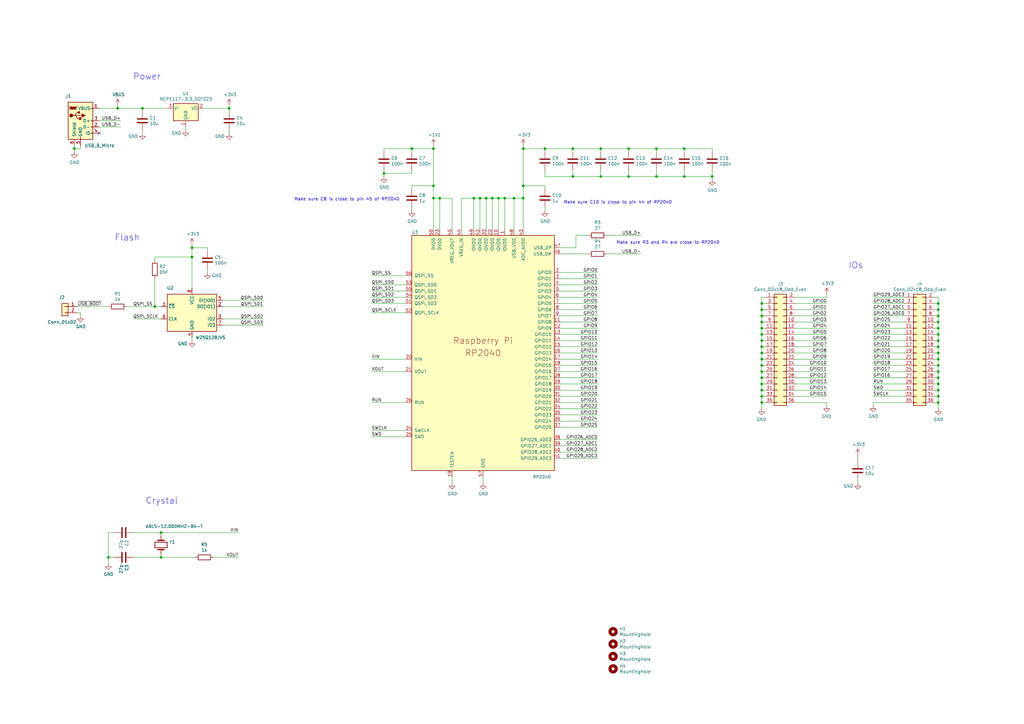
<source format=kicad_sch>
(kicad_sch (version 20211123) (generator eeschema)
  (paper "A3")
  (title_block (title "RP2040 Minimal Design Example") (date "2020-12-18") (rev "REV1") (company "Raspberry Pi (Trading) Ltd"))
  (lib_symbols
    (symbol "Connector:USB_B_Micro" (pin_names (offset 1.016))
      (property "Reference" "J" (at -5.08 11.43 0))
      (property "Value" "USB_B_Micro" (at -5.08 8.89 0))
      (symbol "USB_B_Micro_0_1"
        (rectangle (start -5.08 -7.62) (end 5.08 7.62) (stroke (width 0.254)) (fill (type background)))
        (circle (center -3.81 2.159) (radius 0.635) (stroke (width 0.254)) (fill (type outline)))
        (circle (center -0.635 3.429) (radius 0.381) (stroke (width 0.254)) (fill (type outline)))
        (rectangle (start -0.127 -7.62) (end 0.127 -6.858))
        (polyline (pts (xy -1.905 2.159) (xy 0.635 2.159)) (stroke (width 0.254)))
        (polyline (pts (xy -3.175 2.159) (xy -2.54 2.159) (xy -1.27 3.429) (xy -0.635 3.429)) (stroke (width 0.254)))
        (polyline (pts (xy -2.54 2.159) (xy -1.905 2.159) (xy -1.27 0.889) (xy 0 0.889)) (stroke (width 0.254)))
        (polyline (pts (xy 0.635 2.794) (xy 0.635 1.524) (xy 1.905 2.159) (xy 0.635 2.794)) (stroke (width 0.254)) (fill (type outline)))
        (polyline (pts (xy -4.318 5.588) (xy -1.778 5.588) (xy -2.032 4.826) (xy -4.064 4.826) (xy -4.318 5.588)) (fill (type outline)))
        (polyline (pts (xy -4.699 5.842) (xy -4.699 5.588) (xy -4.445 4.826) (xy -4.445 4.572) (xy -1.651 4.572) (xy -1.651 4.826) (xy -1.397 5.588) (xy -1.397 5.842) (xy -4.699 5.842)))
        (rectangle (start 0.254 1.27) (end -0.508 0.508) (stroke (width 0.254)) (fill (type outline)))
        (rectangle (start 5.08 -5.207) (end 4.318 -4.953))
        (rectangle (start 5.08 -2.667) (end 4.318 -2.413))
        (rectangle (start 5.08 -0.127) (end 4.318 0.127))
        (rectangle (start 5.08 4.953) (end 4.318 5.207))
      )
      (symbol "USB_B_Micro_1_1"
        (pin power_out line (at 7.62 5.08 180) (length 2.54) (name "VBUS") (number "1"))
        (pin bidirectional line (at 7.62 -2.54 180) (length 2.54) (name "D-") (number "2"))
        (pin bidirectional line (at 7.62 0 180) (length 2.54) (name "D+") (number "3"))
        (pin passive line (at 7.62 -5.08 180) (length 2.54) (name "ID") (number "4"))
        (pin power_out line (at 0 -10.16 90) (length 2.54) (name "GND") (number "5"))
        (pin passive line (at -2.54 -10.16 90) (length 2.54) (name "Shield") (number "6"))
      )
    )
    (symbol "Connector_Generic:Conn_01x02" (pin_names (offset 1.016) hide)
      (property "Reference" "J" (at 0 2.54 0))
      (property "Value" "Conn_01x02" (at 0 -5.08 0))
      (symbol "Conn_01x02_1_1"
        (rectangle (start -1.27 -2.413) (end 0 -2.667) (stroke (width 0.1524)))
        (rectangle (start -1.27 0.127) (end 0 -0.127) (stroke (width 0.1524)))
        (rectangle (start -1.27 1.27) (end 1.27 -3.81) (stroke (width 0.254)) (fill (type background)))
        (pin passive line (at -5.08 0 0) (length 3.81) (name "Pin_1") (number "1"))
        (pin passive line (at -5.08 -2.54 0) (length 3.81) (name "Pin_2") (number "2"))
      )
    )
    (symbol "Connector_Generic:Conn_02x18_Odd_Even" (pin_names (offset 1.016) hide)
      (property "Reference" "J" (at 1.27 22.86 0))
      (property "Value" "Conn_02x18_Odd_Even" (at 1.27 -25.4 0))
      (symbol "Conn_02x18_Odd_Even_1_1"
        (rectangle (start -1.27 -22.733) (end 0 -22.987) (stroke (width 0.1524)))
        (rectangle (start -1.27 -20.193) (end 0 -20.447) (stroke (width 0.1524)))
        (rectangle (start -1.27 -17.653) (end 0 -17.907) (stroke (width 0.1524)))
        (rectangle (start -1.27 -15.113) (end 0 -15.367) (stroke (width 0.1524)))
        (rectangle (start -1.27 -12.573) (end 0 -12.827) (stroke (width 0.1524)))
        (rectangle (start -1.27 -10.033) (end 0 -10.287) (stroke (width 0.1524)))
        (rectangle (start -1.27 -7.493) (end 0 -7.747) (stroke (width 0.1524)))
        (rectangle (start -1.27 -4.953) (end 0 -5.207) (stroke (width 0.1524)))
        (rectangle (start -1.27 -2.413) (end 0 -2.667) (stroke (width 0.1524)))
        (rectangle (start -1.27 0.127) (end 0 -0.127) (stroke (width 0.1524)))
        (rectangle (start -1.27 2.667) (end 0 2.413) (stroke (width 0.1524)))
        (rectangle (start -1.27 5.207) (end 0 4.953) (stroke (width 0.1524)))
        (rectangle (start -1.27 7.747) (end 0 7.493) (stroke (width 0.1524)))
        (rectangle (start -1.27 10.287) (end 0 10.033) (stroke (width 0.1524)))
        (rectangle (start -1.27 12.827) (end 0 12.573) (stroke (width 0.1524)))
        (rectangle (start -1.27 15.367) (end 0 15.113) (stroke (width 0.1524)))
        (rectangle (start -1.27 17.907) (end 0 17.653) (stroke (width 0.1524)))
        (rectangle (start -1.27 20.447) (end 0 20.193) (stroke (width 0.1524)))
        (rectangle (start -1.27 21.59) (end 3.81 -24.13) (stroke (width 0.254)) (fill (type background)))
        (rectangle (start 3.81 -22.733) (end 2.54 -22.987) (stroke (width 0.1524)))
        (rectangle (start 3.81 -20.193) (end 2.54 -20.447) (stroke (width 0.1524)))
        (rectangle (start 3.81 -17.653) (end 2.54 -17.907) (stroke (width 0.1524)))
        (rectangle (start 3.81 -15.113) (end 2.54 -15.367) (stroke (width 0.1524)))
        (rectangle (start 3.81 -12.573) (end 2.54 -12.827) (stroke (width 0.1524)))
        (rectangle (start 3.81 -10.033) (end 2.54 -10.287) (stroke (width 0.1524)))
        (rectangle (start 3.81 -7.493) (end 2.54 -7.747) (stroke (width 0.1524)))
        (rectangle (start 3.81 -4.953) (end 2.54 -5.207) (stroke (width 0.1524)))
        (rectangle (start 3.81 -2.413) (end 2.54 -2.667) (stroke (width 0.1524)))
        (rectangle (start 3.81 0.127) (end 2.54 -0.127) (stroke (width 0.1524)))
        (rectangle (start 3.81 2.667) (end 2.54 2.413) (stroke (width 0.1524)))
        (rectangle (start 3.81 5.207) (end 2.54 4.953) (stroke (width 0.1524)))
        (rectangle (start 3.81 7.747) (end 2.54 7.493) (stroke (width 0.1524)))
        (rectangle (start 3.81 10.287) (end 2.54 10.033) (stroke (width 0.1524)))
        (rectangle (start 3.81 12.827) (end 2.54 12.573) (stroke (width 0.1524)))
        (rectangle (start 3.81 15.367) (end 2.54 15.113) (stroke (width 0.1524)))
        (rectangle (start 3.81 17.907) (end 2.54 17.653) (stroke (width 0.1524)))
        (rectangle (start 3.81 20.447) (end 2.54 20.193) (stroke (width 0.1524)))
        (pin passive line (at -5.08 20.32 0) (length 3.81) (name "Pin_1") (number "1"))
        (pin passive line (at 7.62 10.16 180) (length 3.81) (name "Pin_10") (number "10"))
        (pin passive line (at -5.08 7.62 0) (length 3.81) (name "Pin_11") (number "11"))
        (pin passive line (at 7.62 7.62 180) (length 3.81) (name "Pin_12") (number "12"))
        (pin passive line (at -5.08 5.08 0) (length 3.81) (name "Pin_13") (number "13"))
        (pin passive line (at 7.62 5.08 180) (length 3.81) (name "Pin_14") (number "14"))
        (pin passive line (at -5.08 2.54 0) (length 3.81) (name "Pin_15") (number "15"))
        (pin passive line (at 7.62 2.54 180) (length 3.81) (name "Pin_16") (number "16"))
        (pin passive line (at -5.08 0 0) (length 3.81) (name "Pin_17") (number "17"))
        (pin passive line (at 7.62 0 180) (length 3.81) (name "Pin_18") (number "18"))
        (pin passive line (at -5.08 -2.54 0) (length 3.81) (name "Pin_19") (number "19"))
        (pin passive line (at 7.62 20.32 180) (length 3.81) (name "Pin_2") (number "2"))
        (pin passive line (at 7.62 -2.54 180) (length 3.81) (name "Pin_20") (number "20"))
        (pin passive line (at -5.08 -5.08 0) (length 3.81) (name "Pin_21") (number "21"))
        (pin passive line (at 7.62 -5.08 180) (length 3.81) (name "Pin_22") (number "22"))
        (pin passive line (at -5.08 -7.62 0) (length 3.81) (name "Pin_23") (number "23"))
        (pin passive line (at 7.62 -7.62 180) (length 3.81) (name "Pin_24") (number "24"))
        (pin passive line (at -5.08 -10.16 0) (length 3.81) (name "Pin_25") (number "25"))
        (pin passive line (at 7.62 -10.16 180) (length 3.81) (name "Pin_26") (number "26"))
        (pin passive line (at -5.08 -12.7 0) (length 3.81) (name "Pin_27") (number "27"))
        (pin passive line (at 7.62 -12.7 180) (length 3.81) (name "Pin_28") (number "28"))
        (pin passive line (at -5.08 -15.24 0) (length 3.81) (name "Pin_29") (number "29"))
        (pin passive line (at -5.08 17.78 0) (length 3.81) (name "Pin_3") (number "3"))
        (pin passive line (at 7.62 -15.24 180) (length 3.81) (name "Pin_30") (number "30"))
        (pin passive line (at -5.08 -17.78 0) (length 3.81) (name "Pin_31") (number "31"))
        (pin passive line (at 7.62 -17.78 180) (length 3.81) (name "Pin_32") (number "32"))
        (pin passive line (at -5.08 -20.32 0) (length 3.81) (name "Pin_33") (number "33"))
        (pin passive line (at 7.62 -20.32 180) (length 3.81) (name "Pin_34") (number "34"))
        (pin passive line (at -5.08 -22.86 0) (length 3.81) (name "Pin_35") (number "35"))
        (pin passive line (at 7.62 -22.86 180) (length 3.81) (name "Pin_36") (number "36"))
        (pin passive line (at 7.62 17.78 180) (length 3.81) (name "Pin_4") (number "4"))
        (pin passive line (at -5.08 15.24 0) (length 3.81) (name "Pin_5") (number "5"))
        (pin passive line (at 7.62 15.24 180) (length 3.81) (name "Pin_6") (number "6"))
        (pin passive line (at -5.08 12.7 0) (length 3.81) (name "Pin_7") (number "7"))
        (pin passive line (at 7.62 12.7 180) (length 3.81) (name "Pin_8") (number "8"))
        (pin passive line (at -5.08 10.16 0) (length 3.81) (name "Pin_9") (number "9"))
      )
    )
    (symbol "Device:C" (pin_numbers hide) (pin_names (offset 0.254))
      (property "Reference" "C" (at 0.635 2.54 0))
      (property "Value" "C" (at 0.635 -2.54 0))
      (symbol "C_0_1"
        (polyline (pts (xy -2.032 -0.762) (xy 2.032 -0.762)) (stroke (width 0.508)))
        (polyline (pts (xy -2.032 0.762) (xy 2.032 0.762)) (stroke (width 0.508)))
      )
      (symbol "C_1_1"
        (pin passive line (at 0 3.81 270) (length 2.794) (name "~") (number "1"))
        (pin passive line (at 0 -3.81 90) (length 2.794) (name "~") (number "2"))
      )
    )
    (symbol "Device:Crystal" (pin_numbers hide) (pin_names (offset 1.016) hide)
      (property "Reference" "Y" (at 0 3.81 0))
      (property "Value" "Crystal" (at 0 -3.81 0))
      (symbol "Crystal_0_1"
        (rectangle (start -1.143 2.54) (end 1.143 -2.54) (stroke (width 0.3048)))
        (polyline (pts (xy -2.54 0) (xy -1.905 0)))
        (polyline (pts (xy -1.905 -1.27) (xy -1.905 1.27)) (stroke (width 0.508)))
        (polyline (pts (xy 1.905 -1.27) (xy 1.905 1.27)) (stroke (width 0.508)))
        (polyline (pts (xy 2.54 0) (xy 1.905 0)))
      )
      (symbol "Crystal_1_1"
        (pin passive line (at -3.81 0 0) (length 1.27) (name "1") (number "1"))
        (pin passive line (at 3.81 0 180) (length 1.27) (name "2") (number "2"))
      )
    )
    (symbol "Device:R" (pin_numbers hide) (pin_names (offset 0))
      (property "Reference" "R" (at 2.032 0 90))
      (property "Value" "R" (at 0 0 90))
      (symbol "R_0_1"
        (rectangle (start -1.016 -2.54) (end 1.016 2.54) (stroke (width 0.254)))
      )
      (symbol "R_1_1"
        (pin passive line (at 0 3.81 270) (length 1.27) (name "~") (number "1"))
        (pin passive line (at 0 -3.81 90) (length 1.27) (name "~") (number "2"))
      )
    )
    (symbol "MCU_RaspberryPi_RP2040:RP2040" (pin_names (offset 1.016))
      (property "Reference" "U" (at -29.21 49.53 0))
      (property "Value" "RP2040" (at 24.13 -49.53 0))
      (symbol "RP2040_0_0"
        (text "Raspberry Pi" (at 0 5.08 0) (effects (font (size 2.54 2.54))))
        (text "RP2040" (at 0 0 0) (effects (font (size 2.54 2.54))))
      )
      (symbol "RP2040_0_1"
        (rectangle (start 29.21 48.26) (end -29.21 -48.26) (stroke (width 0.254)) (fill (type background)))
      )
      (symbol "RP2040_1_1"
        (pin power_in line (at 8.89 50.8 270) (length 2.54) (name "IOVDD") (number "1"))
        (pin power_in line (at 6.35 50.8 270) (length 2.54) (name "IOVDD") (number "10"))
        (pin bidirectional line (at 31.75 12.7 180) (length 2.54) (name "GPIO8") (number "11"))
        (pin bidirectional line (at 31.75 10.16 180) (length 2.54) (name "GPIO9") (number "12"))
        (pin bidirectional line (at 31.75 7.62 180) (length 2.54) (name "GPIO10") (number "13"))
        (pin bidirectional line (at 31.75 5.08 180) (length 2.54) (name "GPIO11") (number "14"))
        (pin bidirectional line (at 31.75 2.54 180) (length 2.54) (name "GPIO12") (number "15"))
        (pin bidirectional line (at 31.75 0 180) (length 2.54) (name "GPIO13") (number "16"))
        (pin bidirectional line (at 31.75 -2.54 180) (length 2.54) (name "GPIO14") (number "17"))
        (pin bidirectional line (at 31.75 -5.08 180) (length 2.54) (name "GPIO15") (number "18"))
        (pin passive line (at -12.7 -50.8 90) (length 2.54) (name "TESTEN") (number "19"))
        (pin bidirectional line (at 31.75 33.02 180) (length 2.54) (name "GPIO0") (number "2"))
        (pin input line (at -31.75 -2.54 0) (length 2.54) (name "XIN") (number "20"))
        (pin passive line (at -31.75 -7.62 0) (length 2.54) (name "XOUT") (number "21"))
        (pin power_in line (at 3.81 50.8 270) (length 2.54) (name "IOVDD") (number "22"))
        (pin power_in line (at -17.78 50.8 270) (length 2.54) (name "DVDD") (number "23"))
        (pin output line (at -31.75 -31.75 0) (length 2.54) (name "SWCLK") (number "24"))
        (pin bidirectional line (at -31.75 -34.29 0) (length 2.54) (name "SWD") (number "25"))
        (pin input line (at -31.75 -20.32 0) (length 2.54) (name "RUN") (number "26"))
        (pin bidirectional line (at 31.75 -7.62 180) (length 2.54) (name "GPIO16") (number "27"))
        (pin bidirectional line (at 31.75 -10.16 180) (length 2.54) (name "GPIO17") (number "28"))
        (pin bidirectional line (at 31.75 -12.7 180) (length 2.54) (name "GPIO18") (number "29"))
        (pin bidirectional line (at 31.75 30.48 180) (length 2.54) (name "GPIO1") (number "3"))
        (pin bidirectional line (at 31.75 -15.24 180) (length 2.54) (name "GPIO19") (number "30"))
        (pin bidirectional line (at 31.75 -17.78 180) (length 2.54) (name "GPIO20") (number "31"))
        (pin bidirectional line (at 31.75 -20.32 180) (length 2.54) (name "GPIO21") (number "32"))
        (pin power_in line (at 1.27 50.8 270) (length 2.54) (name "IOVDD") (number "33"))
        (pin bidirectional line (at 31.75 -22.86 180) (length 2.54) (name "GPIO22") (number "34"))
        (pin bidirectional line (at 31.75 -25.4 180) (length 2.54) (name "GPIO23") (number "35"))
        (pin bidirectional line (at 31.75 -27.94 180) (length 2.54) (name "GPIO24") (number "36"))
        (pin bidirectional line (at 31.75 -30.48 180) (length 2.54) (name "GPIO25") (number "37"))
        (pin bidirectional line (at 31.75 -35.56 180) (length 2.54) (name "GPIO26_ADC0") (number "38"))
        (pin bidirectional line (at 31.75 -38.1 180) (length 2.54) (name "GPIO27_ADC1") (number "39"))
        (pin bidirectional line (at 31.75 27.94 180) (length 2.54) (name "GPIO2") (number "4"))
        (pin bidirectional line (at 31.75 -40.64 180) (length 2.54) (name "GPIO28_ADC2") (number "40"))
        (pin bidirectional line (at 31.75 -43.18 180) (length 2.54) (name "GPIO29_ADC3") (number "41"))
        (pin power_in line (at -1.27 50.8 270) (length 2.54) (name "IOVDD") (number "42"))
        (pin power_in line (at 16.51 50.8 270) (length 2.54) (name "ADC_AVDD") (number "43"))
        (pin power_in line (at -8.89 50.8 270) (length 2.54) (name "VREG_IN") (number "44"))
        (pin power_out line (at -12.7 50.8 270) (length 2.54) (name "VREG_VOUT") (number "45"))
        (pin bidirectional line (at 31.75 40.64 180) (length 2.54) (name "USB_DM") (number "46"))
        (pin bidirectional line (at 31.75 43.18 180) (length 2.54) (name "USB_DP") (number "47"))
        (pin power_in line (at 12.7 50.8 270) (length 2.54) (name "USB_VDD") (number "48"))
        (pin power_in line (at -3.81 50.8 270) (length 2.54) (name "IOVDD") (number "49"))
        (pin bidirectional line (at 31.75 25.4 180) (length 2.54) (name "GPIO3") (number "5"))
        (pin power_in line (at -20.32 50.8 270) (length 2.54) (name "DVDD") (number "50"))
        (pin bidirectional line (at -31.75 20.32 0) (length 2.54) (name "QSPI_SD3") (number "51"))
        (pin output line (at -31.75 16.51 0) (length 2.54) (name "QSPI_SCLK") (number "52"))
        (pin bidirectional line (at -31.75 27.94 0) (length 2.54) (name "QSPI_SD0") (number "53"))
        (pin bidirectional line (at -31.75 22.86 0) (length 2.54) (name "QSPI_SD2") (number "54"))
        (pin bidirectional line (at -31.75 25.4 0) (length 2.54) (name "QSPI_SD1") (number "55"))
        (pin bidirectional line (at -31.75 31.75 0) (length 2.54) (name "QSPI_SS") (number "56"))
        (pin power_in line (at 0 -50.8 90) (length 2.54) (name "GND") (number "57"))
        (pin bidirectional line (at 31.75 22.86 180) (length 2.54) (name "GPIO4") (number "6"))
        (pin bidirectional line (at 31.75 20.32 180) (length 2.54) (name "GPIO5") (number "7"))
        (pin bidirectional line (at 31.75 17.78 180) (length 2.54) (name "GPIO6") (number "8"))
        (pin bidirectional line (at 31.75 15.24 180) (length 2.54) (name "GPIO7") (number "9"))
      )
    )
    (symbol "Mechanical:MountingHole" (pin_names (offset 1.016))
      (property "Reference" "H" (at 0 5.08 0))
      (property "Value" "MountingHole" (at 0 3.175 0))
      (symbol "MountingHole_0_1"
        (circle (center 0 0) (radius 1.27) (stroke (width 1.27)))
      )
    )
    (symbol "Memory_Flash:W25Q128JVS"
      (property "Reference" "U" (at -8.89 8.89 0))
      (property "Value" "W25Q128JVS" (at 7.62 8.89 0))
      (symbol "W25Q128JVS_0_1"
        (rectangle (start -10.16 7.62) (end 10.16 -7.62) (stroke (width 0.254)) (fill (type background)))
      )
      (symbol "W25Q128JVS_1_1"
        (pin input line (at -12.7 2.54 0) (length 2.54) (name "~{CS}") (number "1"))
        (pin bidirectional line (at 12.7 2.54 180) (length 2.54) (name "DO(IO1)") (number "2"))
        (pin bidirectional line (at 12.7 -2.54 180) (length 2.54) (name "IO2") (number "3"))
        (pin power_in line (at 0 -10.16 90) (length 2.54) (name "GND") (number "4"))
        (pin bidirectional line (at 12.7 5.08 180) (length 2.54) (name "DI(IO0)") (number "5"))
        (pin input line (at -12.7 -2.54 0) (length 2.54) (name "CLK") (number "6"))
        (pin bidirectional line (at 12.7 -5.08 180) (length 2.54) (name "IO3") (number "7"))
        (pin power_in line (at 0 10.16 270) (length 2.54) (name "VCC") (number "8"))
      )
    )
    (symbol "Regulator_Linear:NCP1117-3.3_SOT223" (pin_names (offset 0.254))
      (property "Reference" "U" (at -3.81 3.175 0))
      (property "Value" "NCP1117-3.3_SOT223" (at 0 3.175 0))
      (symbol "NCP1117-3.3_SOT223_0_1"
        (rectangle (start -5.08 -5.08) (end 5.08 1.905) (stroke (width 0.254)) (fill (type background)))
      )
      (symbol "NCP1117-3.3_SOT223_1_1"
        (pin power_in line (at 0 -7.62 90) (length 2.54) (name "GND") (number "1"))
        (pin power_out line (at 7.62 0 180) (length 2.54) (name "VO") (number "2"))
        (pin power_in line (at -7.62 0 0) (length 2.54) (name "VI") (number "3"))
      )
    )
    (symbol "power:+1V1" (power) (pin_names (offset 0))
      (property "Value" "+1V1" (at 0 3.556 0))
      (symbol "+1V1_0_1"
        (polyline (pts (xy -0.762 1.27) (xy 0 2.54)))
        (polyline (pts (xy 0 0) (xy 0 2.54)))
        (polyline (pts (xy 0 2.54) (xy 0.762 1.27)))
      )
      (symbol "+1V1_1_1"
        (pin power_in line (at 0 0 90) (length 0) hide (name "+1V1") (number "1"))
      )
    )
    (symbol "power:+3V3" (power) (pin_names (offset 0))
      (property "Value" "+3V3" (at 0 3.556 0))
      (symbol "+3V3_0_1"
        (polyline (pts (xy -0.762 1.27) (xy 0 2.54)))
        (polyline (pts (xy 0 0) (xy 0 2.54)))
        (polyline (pts (xy 0 2.54) (xy 0.762 1.27)))
      )
      (symbol "+3V3_1_1"
        (pin power_in line (at 0 0 90) (length 0) hide (name "+3V3") (number "1"))
      )
    )
    (symbol "power:GND" (power) (pin_names (offset 0))
      (property "Value" "GND" (at 0 -3.81 0))
      (symbol "GND_0_1"
        (polyline (pts (xy 0 0) (xy 0 -1.27) (xy 1.27 -1.27) (xy 0 -2.54) (xy -1.27 -1.27) (xy 0 -1.27)))
      )
      (symbol "GND_1_1"
        (pin power_in line (at 0 0 270) (length 0) hide (name "GND") (number "1"))
      )
    )
    (symbol "power:VBUS" (power) (pin_names (offset 0))
      (property "Value" "VBUS" (at 0 3.81 0))
      (symbol "VBUS_0_1"
        (polyline (pts (xy -0.762 1.27) (xy 0 2.54)))
        (polyline (pts (xy 0 0) (xy 0 2.54)))
        (polyline (pts (xy 0 2.54) (xy 0.762 1.27)))
      )
      (symbol "VBUS_1_1"
        (pin power_in line (at 0 0 90) (length 0) hide (name "VBUS") (number "1"))
      )
    )
  )
  (junction (at 292.1 72.39))
  (junction (at 177.8 81.28))
  (junction (at 78.74 105.41))
  (junction (at 48.26 44.45))
  (junction (at 269.24 60.96))
  (junction (at 204.47 81.28))
  (junction (at 312.42 162.56))
  (junction (at 214.63 76.2))
  (junction (at 223.52 60.96))
  (junction (at 157.48 71.12))
  (junction (at 196.85 81.28))
  (junction (at 384.81 157.48))
  (junction (at 312.42 165.1))
  (junction (at 312.42 149.86))
  (junction (at 280.67 72.39))
  (junction (at 384.81 165.1))
  (junction (at 384.81 124.46))
  (junction (at 312.42 157.48))
  (junction (at 234.95 60.96))
  (junction (at 312.42 139.7))
  (junction (at 246.38 60.96))
  (junction (at 384.81 137.16))
  (junction (at 312.42 147.32))
  (junction (at 312.42 134.62))
  (junction (at 384.81 132.08))
  (junction (at 214.63 60.96))
  (junction (at 384.81 160.02))
  (junction (at 207.01 81.28))
  (junction (at 66.04 218.44))
  (junction (at 312.42 160.02))
  (junction (at 384.81 152.4))
  (junction (at 312.42 132.08))
  (junction (at 234.95 72.39))
  (junction (at 194.31 81.28))
  (junction (at 384.81 147.32))
  (junction (at 384.81 149.86))
  (junction (at 312.42 152.4))
  (junction (at 384.81 134.62))
  (junction (at 257.81 72.39))
  (junction (at 180.34 81.28))
  (junction (at 312.42 137.16))
  (junction (at 78.74 101.6))
  (junction (at 199.39 81.28))
  (junction (at 93.98 44.45))
  (junction (at 312.42 154.94))
  (junction (at 312.42 124.46))
  (junction (at 177.8 76.2))
  (junction (at 66.04 228.6))
  (junction (at 384.81 142.24))
  (junction (at 312.42 129.54))
  (junction (at 384.81 144.78))
  (junction (at 30.48 60.96))
  (junction (at 269.24 72.39))
  (junction (at 214.63 81.28))
  (junction (at 384.81 154.94))
  (junction (at 210.82 81.28))
  (junction (at 312.42 127))
  (junction (at 58.42 44.45))
  (junction (at 384.81 129.54))
  (junction (at 312.42 144.78))
  (junction (at 384.81 162.56))
  (junction (at 384.81 139.7))
  (junction (at 63.5 125.73))
  (junction (at 168.91 60.96))
  (junction (at 257.81 60.96))
  (junction (at 177.8 60.96))
  (junction (at 44.45 228.6))
  (junction (at 280.67 60.96))
  (junction (at 384.81 127))
  (junction (at 201.93 81.28))
  (junction (at 312.42 142.24))
  (junction (at 246.38 72.39))
  (no_connect (at 40.64 54.61))
  (wire (pts (xy 166.37 113.03) (xy 152.4 113.03)))
  (wire (pts (xy 313.69 137.16) (xy 312.42 137.16)))
  (wire (pts (xy 246.38 62.23) (xy 246.38 60.96)))
  (wire (pts (xy 257.81 62.23) (xy 257.81 60.96)))
  (wire (pts (xy 166.37 165.1) (xy 152.4 165.1)))
  (wire (pts (xy 339.09 154.94) (xy 326.39 154.94)))
  (wire (pts (xy 44.45 218.44) (xy 44.45 228.6)))
  (wire (pts (xy 168.91 71.12) (xy 168.91 69.85)))
  (wire (pts (xy 339.09 142.24) (xy 326.39 142.24)))
  (wire (pts (xy 44.45 125.73) (xy 31.75 125.73)))
  (wire (pts (xy 54.61 228.6) (xy 66.04 228.6)))
  (wire (pts (xy 229.87 139.7) (xy 245.11 139.7)))
  (wire (pts (xy 384.81 162.56) (xy 384.81 165.1)))
  (wire (pts (xy 168.91 60.96) (xy 177.8 60.96)))
  (wire (pts (xy 157.48 71.12) (xy 157.48 72.39)))
  (wire (pts (xy 30.48 60.96) (xy 30.48 62.23)))
  (wire (pts (xy 166.37 152.4) (xy 152.4 152.4)))
  (wire (pts (xy 223.52 77.47) (xy 223.52 76.2)))
  (wire (pts (xy 370.84 137.16) (xy 358.14 137.16)))
  (wire (pts (xy 370.84 139.7) (xy 358.14 139.7)))
  (wire (pts (xy 339.09 134.62) (xy 326.39 134.62)))
  (wire (pts (xy 44.45 228.6) (xy 44.45 231.14)))
  (wire (pts (xy 370.84 129.54) (xy 358.14 129.54)))
  (wire (pts (xy 312.42 162.56) (xy 312.42 165.1)))
  (wire (pts (xy 246.38 72.39) (xy 234.95 72.39)))
  (wire (pts (xy 313.69 132.08) (xy 312.42 132.08)))
  (wire (pts (xy 370.84 132.08) (xy 358.14 132.08)))
  (wire (pts (xy 384.81 149.86) (xy 384.81 152.4)))
  (wire (pts (xy 339.09 157.48) (xy 326.39 157.48)))
  (wire (pts (xy 257.81 60.96) (xy 269.24 60.96)))
  (wire (pts (xy 312.42 134.62) (xy 312.42 137.16)))
  (wire (pts (xy 93.98 44.45) (xy 93.98 43.18)))
  (wire (pts (xy 312.42 139.7) (xy 312.42 142.24)))
  (wire (pts (xy 269.24 69.85) (xy 269.24 72.39)))
  (wire (pts (xy 339.09 149.86) (xy 326.39 149.86)))
  (wire (pts (xy 40.64 44.45) (xy 48.26 44.45)))
  (wire (pts (xy 384.81 124.46) (xy 384.81 127)))
  (wire (pts (xy 229.87 129.54) (xy 245.11 129.54)))
  (wire (pts (xy 383.54 137.16) (xy 384.81 137.16)))
  (wire (pts (xy 214.63 59.69) (xy 214.63 60.96)))
  (wire (pts (xy 339.09 137.16) (xy 326.39 137.16)))
  (wire (pts (xy 63.5 125.73) (xy 66.04 125.73)))
  (wire (pts (xy 185.42 93.98) (xy 185.42 81.28)))
  (wire (pts (xy 269.24 60.96) (xy 280.67 60.96)))
  (wire (pts (xy 223.52 85.09) (xy 223.52 86.36)))
  (wire (pts (xy 152.4 124.46) (xy 166.37 124.46)))
  (wire (pts (xy 312.42 154.94) (xy 312.42 157.48)))
  (wire (pts (xy 204.47 93.98) (xy 204.47 81.28)))
  (wire (pts (xy 313.69 142.24) (xy 312.42 142.24)))
  (wire (pts (xy 339.09 160.02) (xy 326.39 160.02)))
  (wire (pts (xy 31.75 128.27) (xy 33.02 128.27)))
  (wire (pts (xy 246.38 60.96) (xy 257.81 60.96)))
  (wire (pts (xy 383.54 127) (xy 384.81 127)))
  (wire (pts (xy 313.69 134.62) (xy 312.42 134.62)))
  (wire (pts (xy 166.37 176.53) (xy 152.4 176.53)))
  (wire (pts (xy 66.04 228.6) (xy 80.01 228.6)))
  (wire (pts (xy 384.81 165.1) (xy 384.81 167.64)))
  (wire (pts (xy 185.42 81.28) (xy 180.34 81.28)))
  (wire (pts (xy 180.34 93.98) (xy 180.34 81.28)))
  (wire (pts (xy 339.09 152.4) (xy 326.39 152.4)))
  (wire (pts (xy 313.69 121.92) (xy 312.42 121.92)))
  (wire (pts (xy 210.82 81.28) (xy 214.63 81.28)))
  (wire (pts (xy 189.23 93.98) (xy 189.23 81.28)))
  (wire (pts (xy 58.42 53.34) (xy 58.42 54.61)))
  (wire (pts (xy 339.09 121.92) (xy 339.09 120.65)))
  (wire (pts (xy 229.87 127) (xy 245.11 127)))
  (wire (pts (xy 229.87 124.46) (xy 245.11 124.46)))
  (wire (pts (xy 248.92 104.14) (xy 262.89 104.14)))
  (wire (pts (xy 312.42 165.1) (xy 312.42 167.64)))
  (wire (pts (xy 383.54 144.78) (xy 384.81 144.78)))
  (wire (pts (xy 185.42 195.58) (xy 185.42 198.12)))
  (wire (pts (xy 383.54 162.56) (xy 384.81 162.56)))
  (wire (pts (xy 383.54 157.48) (xy 384.81 157.48)))
  (wire (pts (xy 383.54 139.7) (xy 384.81 139.7)))
  (wire (pts (xy 229.87 132.08) (xy 245.11 132.08)))
  (wire (pts (xy 157.48 60.96) (xy 168.91 60.96)))
  (wire (pts (xy 292.1 62.23) (xy 292.1 60.96)))
  (wire (pts (xy 313.69 129.54) (xy 312.42 129.54)))
  (wire (pts (xy 166.37 179.07) (xy 152.4 179.07)))
  (wire (pts (xy 229.87 114.3) (xy 245.11 114.3)))
  (wire (pts (xy 313.69 162.56) (xy 312.42 162.56)))
  (wire (pts (xy 66.04 227.33) (xy 66.04 228.6)))
  (wire (pts (xy 383.54 129.54) (xy 384.81 129.54)))
  (wire (pts (xy 157.48 69.85) (xy 157.48 71.12)))
  (wire (pts (xy 93.98 53.34) (xy 93.98 54.61)))
  (wire (pts (xy 54.61 218.44) (xy 66.04 218.44)))
  (wire (pts (xy 257.81 72.39) (xy 246.38 72.39)))
  (wire (pts (xy 54.61 130.81) (xy 66.04 130.81)))
  (wire (pts (xy 312.42 124.46) (xy 312.42 127)))
  (wire (pts (xy 339.09 147.32) (xy 326.39 147.32)))
  (wire (pts (xy 223.52 69.85) (xy 223.52 72.39)))
  (wire (pts (xy 78.74 100.33) (xy 78.74 101.6)))
  (wire (pts (xy 229.87 147.32) (xy 245.11 147.32)))
  (wire (pts (xy 383.54 165.1) (xy 384.81 165.1)))
  (wire (pts (xy 246.38 69.85) (xy 246.38 72.39)))
  (wire (pts (xy 229.87 149.86) (xy 245.11 149.86)))
  (wire (pts (xy 312.42 129.54) (xy 312.42 132.08)))
  (wire (pts (xy 370.84 121.92) (xy 358.14 121.92)))
  (wire (pts (xy 46.99 218.44) (xy 44.45 218.44)))
  (wire (pts (xy 78.74 105.41) (xy 78.74 118.11)))
  (wire (pts (xy 339.09 124.46) (xy 326.39 124.46)))
  (wire (pts (xy 229.87 165.1) (xy 245.11 165.1)))
  (wire (pts (xy 93.98 45.72) (xy 93.98 44.45)))
  (wire (pts (xy 384.81 121.92) (xy 384.81 124.46)))
  (wire (pts (xy 339.09 166.37) (xy 339.09 165.1)))
  (wire (pts (xy 229.87 170.18) (xy 245.11 170.18)))
  (wire (pts (xy 384.81 134.62) (xy 384.81 137.16)))
  (wire (pts (xy 48.26 43.18) (xy 48.26 44.45)))
  (wire (pts (xy 85.09 101.6) (xy 78.74 101.6)))
  (wire (pts (xy 370.84 152.4) (xy 358.14 152.4)))
  (wire (pts (xy 229.87 154.94) (xy 245.11 154.94)))
  (wire (pts (xy 339.09 129.54) (xy 326.39 129.54)))
  (wire (pts (xy 312.42 137.16) (xy 312.42 139.7)))
  (wire (pts (xy 229.87 137.16) (xy 245.11 137.16)))
  (wire (pts (xy 152.4 119.38) (xy 166.37 119.38)))
  (wire (pts (xy 339.09 162.56) (xy 326.39 162.56)))
  (wire (pts (xy 214.63 60.96) (xy 223.52 60.96)))
  (wire (pts (xy 339.09 127) (xy 326.39 127)))
  (wire (pts (xy 52.07 125.73) (xy 63.5 125.73)))
  (wire (pts (xy 234.95 60.96) (xy 246.38 60.96)))
  (wire (pts (xy 229.87 187.96) (xy 245.11 187.96)))
  (wire (pts (xy 194.31 81.28) (xy 196.85 81.28)))
  (wire (pts (xy 214.63 76.2) (xy 214.63 81.28)))
  (wire (pts (xy 312.42 149.86) (xy 312.42 152.4)))
  (wire (pts (xy 383.54 121.92) (xy 384.81 121.92)))
  (wire (pts (xy 312.42 132.08) (xy 312.42 134.62)))
  (wire (pts (xy 313.69 127) (xy 312.42 127)))
  (wire (pts (xy 384.81 160.02) (xy 384.81 162.56)))
  (wire (pts (xy 157.48 71.12) (xy 168.91 71.12)))
  (wire (pts (xy 168.91 76.2) (xy 177.8 76.2)))
  (wire (pts (xy 46.99 228.6) (xy 44.45 228.6)))
  (wire (pts (xy 68.58 44.45) (xy 58.42 44.45)))
  (wire (pts (xy 312.42 157.48) (xy 312.42 160.02)))
  (wire (pts (xy 339.09 132.08) (xy 326.39 132.08)))
  (wire (pts (xy 280.67 62.23) (xy 280.67 60.96)))
  (wire (pts (xy 370.84 144.78) (xy 358.14 144.78)))
  (wire (pts (xy 358.14 165.1) (xy 370.84 165.1)))
  (wire (pts (xy 152.4 147.32) (xy 166.37 147.32)))
  (wire (pts (xy 199.39 81.28) (xy 201.93 81.28)))
  (wire (pts (xy 383.54 142.24) (xy 384.81 142.24)))
  (wire (pts (xy 312.42 121.92) (xy 312.42 124.46)))
  (wire (pts (xy 383.54 160.02) (xy 384.81 160.02)))
  (wire (pts (xy 33.02 59.69) (xy 33.02 60.96)))
  (wire (pts (xy 313.69 149.86) (xy 312.42 149.86)))
  (wire (pts (xy 370.84 142.24) (xy 358.14 142.24)))
  (wire (pts (xy 201.93 93.98) (xy 201.93 81.28)))
  (wire (pts (xy 229.87 152.4) (xy 245.11 152.4)))
  (wire (pts (xy 166.37 128.27) (xy 152.4 128.27)))
  (wire (pts (xy 384.81 142.24) (xy 384.81 144.78)))
  (wire (pts (xy 48.26 44.45) (xy 58.42 44.45)))
  (wire (pts (xy 383.54 147.32) (xy 384.81 147.32)))
  (wire (pts (xy 384.81 137.16) (xy 384.81 139.7)))
  (wire (pts (xy 269.24 72.39) (xy 257.81 72.39)))
  (wire (pts (xy 313.69 147.32) (xy 312.42 147.32)))
  (wire (pts (xy 313.69 157.48) (xy 312.42 157.48)))
  (wire (pts (xy 229.87 175.26) (xy 245.11 175.26)))
  (wire (pts (xy 313.69 144.78) (xy 312.42 144.78)))
  (wire (pts (xy 339.09 121.92) (xy 326.39 121.92)))
  (wire (pts (xy 370.84 160.02) (xy 358.14 160.02)))
  (wire (pts (xy 66.04 219.71) (xy 66.04 218.44)))
  (wire (pts (xy 214.63 76.2) (xy 223.52 76.2)))
  (wire (pts (xy 384.81 127) (xy 384.81 129.54)))
  (wire (pts (xy 312.42 147.32) (xy 312.42 149.86)))
  (wire (pts (xy 40.64 52.07) (xy 49.53 52.07)))
  (wire (pts (xy 339.09 144.78) (xy 326.39 144.78)))
  (wire (pts (xy 194.31 93.98) (xy 194.31 81.28)))
  (wire (pts (xy 370.84 127) (xy 358.14 127)))
  (wire (pts (xy 63.5 105.41) (xy 78.74 105.41)))
  (wire (pts (xy 229.87 116.84) (xy 245.11 116.84)))
  (wire (pts (xy 292.1 69.85) (xy 292.1 72.39)))
  (wire (pts (xy 78.74 101.6) (xy 78.74 105.41)))
  (wire (pts (xy 58.42 45.72) (xy 58.42 44.45)))
  (wire (pts (xy 384.81 129.54) (xy 384.81 132.08)))
  (wire (pts (xy 210.82 93.98) (xy 210.82 81.28)))
  (wire (pts (xy 280.67 69.85) (xy 280.67 72.39)))
  (wire (pts (xy 30.48 59.69) (xy 30.48 60.96)))
  (wire (pts (xy 248.92 96.52) (xy 262.89 96.52)))
  (wire (pts (xy 313.69 124.46) (xy 312.42 124.46)))
  (wire (pts (xy 370.84 124.46) (xy 358.14 124.46)))
  (wire (pts (xy 234.95 72.39) (xy 223.52 72.39)))
  (wire (pts (xy 339.09 139.7) (xy 326.39 139.7)))
  (wire (pts (xy 78.74 138.43) (xy 78.74 139.7)))
  (wire (pts (xy 312.42 127) (xy 312.42 129.54)))
  (wire (pts (xy 384.81 157.48) (xy 384.81 160.02)))
  (wire (pts (xy 199.39 93.98) (xy 199.39 81.28)))
  (wire (pts (xy 152.4 116.84) (xy 166.37 116.84)))
  (wire (pts (xy 229.87 104.14) (xy 241.3 104.14)))
  (wire (pts (xy 223.52 60.96) (xy 234.95 60.96)))
  (wire (pts (xy 312.42 152.4) (xy 312.42 154.94)))
  (wire (pts (xy 63.5 106.68) (xy 63.5 105.41)))
  (wire (pts (xy 168.91 85.09) (xy 168.91 86.36)))
  (wire (pts (xy 370.84 157.48) (xy 358.14 157.48)))
  (wire (pts (xy 152.4 121.92) (xy 166.37 121.92)))
  (wire (pts (xy 229.87 111.76) (xy 245.11 111.76)))
  (wire (pts (xy 313.69 139.7) (xy 312.42 139.7)))
  (wire (pts (xy 234.95 62.23) (xy 234.95 60.96)))
  (wire (pts (xy 280.67 72.39) (xy 269.24 72.39)))
  (wire (pts (xy 313.69 160.02) (xy 312.42 160.02)))
  (wire (pts (xy 229.87 157.48) (xy 245.11 157.48)))
  (wire (pts (xy 370.84 134.62) (xy 358.14 134.62)))
  (wire (pts (xy 201.93 81.28) (xy 204.47 81.28)))
  (wire (pts (xy 312.42 144.78) (xy 312.42 147.32)))
  (wire (pts (xy 229.87 144.78) (xy 245.11 144.78)))
  (wire (pts (xy 370.84 154.94) (xy 358.14 154.94)))
  (wire (pts (xy 180.34 81.28) (xy 177.8 81.28)))
  (wire (pts (xy 339.09 165.1) (xy 326.39 165.1)))
  (wire (pts (xy 91.44 130.81) (xy 107.95 130.81)))
  (wire (pts (xy 229.87 101.6) (xy 236.22 101.6)))
  (wire (pts (xy 292.1 72.39) (xy 292.1 73.66)))
  (wire (pts (xy 234.95 69.85) (xy 234.95 72.39)))
  (wire (pts (xy 229.87 172.72) (xy 245.11 172.72)))
  (wire (pts (xy 236.22 96.52) (xy 236.22 101.6)))
  (wire (pts (xy 85.09 110.49) (xy 85.09 111.76)))
  (wire (pts (xy 168.91 77.47) (xy 168.91 76.2)))
  (wire (pts (xy 33.02 128.27) (xy 33.02 129.54)))
  (wire (pts (xy 384.81 152.4) (xy 384.81 154.94)))
  (wire (pts (xy 223.52 62.23) (xy 223.52 60.96)))
  (wire (pts (xy 383.54 154.94) (xy 384.81 154.94)))
  (wire (pts (xy 214.63 81.28) (xy 214.63 93.98)))
  (wire (pts (xy 91.44 125.73) (xy 107.95 125.73)))
  (wire (pts (xy 63.5 114.3) (xy 63.5 125.73)))
  (wire (pts (xy 207.01 81.28) (xy 210.82 81.28)))
  (wire (pts (xy 177.8 76.2) (xy 177.8 81.28)))
  (wire (pts (xy 384.81 147.32) (xy 384.81 149.86)))
  (wire (pts (xy 76.2 52.07) (xy 76.2 53.34)))
  (wire (pts (xy 229.87 121.92) (xy 245.11 121.92)))
  (wire (pts (xy 257.81 69.85) (xy 257.81 72.39)))
  (wire (pts (xy 229.87 182.88) (xy 245.11 182.88)))
  (wire (pts (xy 196.85 93.98) (xy 196.85 81.28)))
  (wire (pts (xy 229.87 134.62) (xy 245.11 134.62)))
  (wire (pts (xy 383.54 134.62) (xy 384.81 134.62)))
  (wire (pts (xy 40.64 49.53) (xy 49.53 49.53)))
  (wire (pts (xy 312.42 142.24) (xy 312.42 144.78)))
  (wire (pts (xy 177.8 81.28) (xy 177.8 93.98)))
  (wire (pts (xy 189.23 81.28) (xy 194.31 81.28)))
  (wire (pts (xy 313.69 165.1) (xy 312.42 165.1)))
  (wire (pts (xy 91.44 123.19) (xy 107.95 123.19)))
  (wire (pts (xy 312.42 160.02) (xy 312.42 162.56)))
  (wire (pts (xy 370.84 147.32) (xy 358.14 147.32)))
  (wire (pts (xy 196.85 81.28) (xy 199.39 81.28)))
  (wire (pts (xy 229.87 162.56) (xy 245.11 162.56)))
  (wire (pts (xy 384.81 132.08) (xy 384.81 134.62)))
  (wire (pts (xy 383.54 132.08) (xy 384.81 132.08)))
  (wire (pts (xy 66.04 218.44) (xy 97.79 218.44)))
  (wire (pts (xy 358.14 166.37) (xy 358.14 165.1)))
  (wire (pts (xy 351.79 186.69) (xy 351.79 189.23)))
  (wire (pts (xy 280.67 72.39) (xy 292.1 72.39)))
  (wire (pts (xy 229.87 180.34) (xy 245.11 180.34)))
  (wire (pts (xy 351.79 196.85) (xy 351.79 198.12)))
  (wire (pts (xy 269.24 62.23) (xy 269.24 60.96)))
  (wire (pts (xy 229.87 185.42) (xy 245.11 185.42)))
  (wire (pts (xy 383.54 124.46) (xy 384.81 124.46)))
  (wire (pts (xy 214.63 60.96) (xy 214.63 76.2)))
  (wire (pts (xy 370.84 162.56) (xy 358.14 162.56)))
  (wire (pts (xy 384.81 154.94) (xy 384.81 157.48)))
  (wire (pts (xy 91.44 133.35) (xy 107.95 133.35)))
  (wire (pts (xy 236.22 96.52) (xy 241.3 96.52)))
  (wire (pts (xy 383.54 149.86) (xy 384.81 149.86)))
  (wire (pts (xy 204.47 81.28) (xy 207.01 81.28)))
  (wire (pts (xy 229.87 119.38) (xy 245.11 119.38)))
  (wire (pts (xy 33.02 60.96) (xy 30.48 60.96)))
  (wire (pts (xy 168.91 62.23) (xy 168.91 60.96)))
  (wire (pts (xy 87.63 228.6) (xy 97.79 228.6)))
  (wire (pts (xy 313.69 152.4) (xy 312.42 152.4)))
  (wire (pts (xy 229.87 160.02) (xy 245.11 160.02)))
  (wire (pts (xy 313.69 154.94) (xy 312.42 154.94)))
  (wire (pts (xy 280.67 60.96) (xy 292.1 60.96)))
  (wire (pts (xy 229.87 167.64) (xy 245.11 167.64)))
  (wire (pts (xy 157.48 62.23) (xy 157.48 60.96)))
  (wire (pts (xy 198.12 195.58) (xy 198.12 198.12)))
  (wire (pts (xy 384.81 139.7) (xy 384.81 142.24)))
  (wire (pts (xy 85.09 102.87) (xy 85.09 101.6)))
  (wire (pts (xy 177.8 60.96) (xy 177.8 76.2)))
  (wire (pts (xy 370.84 149.86) (xy 358.14 149.86)))
  (wire (pts (xy 383.54 152.4) (xy 384.81 152.4)))
  (wire (pts (xy 177.8 59.69) (xy 177.8 60.96)))
  (wire (pts (xy 229.87 142.24) (xy 245.11 142.24)))
  (wire (pts (xy 207.01 81.28) (xy 207.01 93.98)))
  (wire (pts (xy 384.81 144.78) (xy 384.81 147.32)))
  (wire (pts (xy 83.82 44.45) (xy 93.98 44.45)))
  (text "Make sure R3 and R4 are close to RP2040" (at 252.73 100.33 0) (effects (font (size 1.27 1.27)) (justify left bottom)))
  (text "Make sure C10 is close to pin 44 of RP2040" (at 231.14 83.82 0) (effects (font (size 1.27 1.27)) (justify left bottom)))
  (text "Make sure C8 is close to pin 45 of RP2040" (at 120.65 82.55 0) (effects (font (size 1.27 1.27)) (justify left bottom)))
  (text "IOs" (at 347.98 110.49 0) (effects (font (size 2.54 2.54)) (justify left bottom)))
  (text "Power" (at 54.61 33.02 0) (effects (font (size 2.54 2.54)) (justify left bottom)))
  (text "Crystal" (at 59.69 207.01 0) (effects (font (size 2.54 2.54)) (justify left bottom)))
  (text "Flash" (at 46.99 99.06 0) (effects (font (size 2.54 2.54)) (justify left bottom)))
  (label "GPIO16" (at 245.11 152.4 180))
  (label "XIN" (at 97.79 218.44 180))
  (label "QSPI_SS" (at 54.61 125.73 0))
  (label "GPIO28_ADC2" (at 358.14 124.46 0))
  (label "GPIO14" (at 339.09 160.02 180))
  (label "GPIO12" (at 245.11 142.24 180))
  (label "GPIO2" (at 339.09 129.54 180))
  (label "GPIO15" (at 339.09 162.56 180))
  (label "GPIO13" (at 339.09 157.48 180))
  (label "GPIO7" (at 245.11 129.54 180))
  (label "GPIO24" (at 245.11 172.72 180))
  (label "GPIO27_ADC1" (at 245.11 182.88 180))
  (label "USB_D-" (at 49.53 52.07 180))
  (label "GPIO2" (at 245.11 116.84 180))
  (label "USB_D+" (at 262.89 96.52 180))
  (label "GPIO22" (at 245.11 167.64 180))
  (label "QSPI_SD0" (at 107.95 123.19 180))
  (label "GPIO13" (at 245.11 144.78 180))
  (label "QSPI_SD0" (at 152.4 116.84 0))
  (label "GPIO4" (at 339.09 134.62 180))
  (label "QSPI_SD2" (at 107.95 130.81 180))
  (label "QSPI_SS" (at 152.4 113.03 0))
  (label "QSPI_SD2" (at 152.4 121.92 0))
  (label "GPIO10" (at 339.09 149.86 180))
  (label "GPIO16" (at 358.14 154.94 0))
  (label "GPIO29_ADC3" (at 358.14 121.92 0))
  (label "QSPI_SD1" (at 152.4 119.38 0))
  (label "GPIO6" (at 339.09 139.7 180))
  (label "GPIO21" (at 358.14 142.24 0))
  (label "XIN" (at 152.4 147.32 0))
  (label "QSPI_SCLK" (at 54.61 130.81 0))
  (label "GPIO1" (at 339.09 127 180))
  (label "USB_D-" (at 262.89 104.14 180))
  (label "GPIO1" (at 245.11 114.3 180))
  (label "GPIO17" (at 358.14 152.4 0))
  (label "GPIO7" (at 339.09 142.24 180))
  (label "GPIO11" (at 245.11 139.7 180))
  (label "~{USB_BOOT}" (at 31.75 125.73 0))
  (label "GPIO25" (at 358.14 132.08 0))
  (label "GPIO28_ADC2" (at 245.11 185.42 180))
  (label "GPIO20" (at 358.14 144.78 0))
  (label "GPIO24" (at 358.14 134.62 0))
  (label "GPIO18" (at 358.14 149.86 0))
  (label "GPIO5" (at 339.09 137.16 180))
  (label "GPIO20" (at 245.11 162.56 180))
  (label "GPIO5" (at 245.11 124.46 180))
  (label "RUN" (at 358.14 157.48 0))
  (label "SWCLK" (at 358.14 162.56 0))
  (label "XOUT" (at 97.79 228.6 180))
  (label "QSPI_SCLK" (at 152.4 128.27 0))
  (label "RUN" (at 152.4 165.1 0))
  (label "GPIO8" (at 245.11 132.08 180))
  (label "GPIO0" (at 245.11 111.76 180))
  (label "GPIO0" (at 339.09 124.46 180))
  (label "GPIO19" (at 245.11 160.02 180))
  (label "SWD" (at 358.14 160.02 0))
  (label "GPIO26_ADC0" (at 245.11 180.34 180))
  (label "SWCLK" (at 152.4 176.53 0))
  (label "GPIO26_ADC0" (at 358.14 129.54 0))
  (label "GPIO23" (at 358.14 137.16 0))
  (label "GPIO17" (at 245.11 154.94 180))
  (label "GPIO19" (at 358.14 147.32 0))
  (label "GPIO8" (at 339.09 144.78 180))
  (label "USB_D+" (at 49.53 49.53 180))
  (label "GPIO11" (at 339.09 152.4 180))
  (label "GPIO21" (at 245.11 165.1 180))
  (label "GPIO3" (at 339.09 132.08 180))
  (label "SWD" (at 152.4 179.07 0))
  (label "QSPI_SD3" (at 107.95 133.35 180))
  (label "GPIO14" (at 245.11 147.32 180))
  (label "GPIO9" (at 339.09 147.32 180))
  (label "GPIO27_ADC1" (at 358.14 127 0))
  (label "GPIO15" (at 245.11 149.86 180))
  (label "GPIO22" (at 358.14 139.7 0))
  (label "QSPI_SD1" (at 107.95 125.73 180))
  (label "GPIO4" (at 245.11 121.92 180))
  (label "GPIO25" (at 245.11 175.26 180))
  (label "GPIO29_ADC3" (at 245.11 187.96 180))
  (label "GPIO18" (at 245.11 157.48 180))
  (label "GPIO6" (at 245.11 127 180))
  (label "GPIO12" (at 339.09 154.94 180))
  (label "QSPI_SD3" (at 152.4 124.46 0))
  (label "GPIO9" (at 245.11 134.62 180))
  (label "XOUT" (at 152.4 152.4 0))
  (label "GPIO10" (at 245.11 137.16 180))
  (label "GPIO23" (at 245.11 170.18 180))
  (label "GPIO3" (at 245.11 119.38 180))
  (symbol (lib_id "MCU_RaspberryPi_RP2040:RP2040") (at 198.12 144.78 0) (unit 1)
    (property "Reference" "U3" (at 170.18 95.25 0))
    (property "Value" "RP2040" (at 222.25 195.58 0))
    (property "Footprint" "RP2040_minimal:RP2040-QFN-56" (effects hide))
  )
  (symbol (lib_id "Device:C") (at 50.8 218.44 270) (unit 1)
    (property "Reference" "C2" (at 51.9684 221.361 0) (effects (justify left)))
    (property "Value" "27p" (at 49.657 221.361 0) (effects (justify left)))
    (property "Footprint" "Capacitor_SMD:C_0402_1005Metric" (effects hide))
  )
  (symbol (lib_id "Device:C") (at 50.8 228.6 270) (unit 1)
    (property "Reference" "C3" (at 51.9684 231.521 0) (effects (justify left)))
    (property "Value" "27p" (at 49.657 231.521 0) (effects (justify left)))
    (property "Footprint" "Capacitor_SMD:C_0402_1005Metric" (effects hide))
  )
  (symbol (lib_id "power:GND") (at 44.45 231.14 0) (unit 1)
    (property "Reference" "#PWR06" (effects hide))
    (property "Value" "GND" (at 44.577 235.5342 0))
  )
  (symbol (lib_id "Memory_Flash:W25Q128JVS") (at 78.74 128.27 0) (unit 1)
    (property "Reference" "U2" (at 69.85 118.11 0))
    (property "Value" "W25Q128JVS" (at 86.36 138.43 0))
    (property "Footprint" "Package_SO:SOIC-8_5.23x5.23mm_P1.27mm" (effects hide))
    (property "Datasheet" "http://www.winbond.com/resource-files/w25q128jv_dtr%20revc%2003272018%20plus.pdf" (effects hide))
  )
  (symbol (lib_id "power:+3V3") (at 78.74 100.33 0) (unit 1)
    (property "Reference" "#PWR07" (effects hide))
    (property "Value" "+3V3" (at 79.121 95.9358 0))
  )
  (symbol (lib_id "power:GND") (at 78.74 139.7 0) (unit 1)
    (property "Reference" "#PWR08" (effects hide))
    (property "Value" "GND" (at 74.93 140.97 0))
  )
  (symbol (lib_id "Device:R") (at 63.5 110.49 0) (unit 1)
    (property "Reference" "R2" (at 65.278 109.3216 0) (effects (justify left)))
    (property "Value" "DNF" (at 65.278 111.633 0) (effects (justify left)))
    (property "Footprint" "Capacitor_SMD:C_0402_1005Metric" (effects hide))
  )
  (symbol (lib_id "Device:R") (at 48.26 125.73 270) (unit 1)
    (property "Reference" "R1" (at 48.26 120.4722 90))
    (property "Value" "1k" (at 48.26 122.7836 90))
    (property "Footprint" "Capacitor_SMD:C_0402_1005Metric" (effects hide))
  )
  (symbol (lib_id "Device:C") (at 85.09 106.68 0) (unit 1)
    (property "Reference" "C5" (at 88.011 105.5116 0) (effects (justify left)))
    (property "Value" "100n" (at 88.011 107.823 0) (effects (justify left)))
    (property "Footprint" "Capacitor_SMD:C_0402_1005Metric" (effects hide))
  )
  (symbol (lib_id "power:GND") (at 85.09 111.76 0) (unit 1)
    (property "Reference" "#PWR011" (effects hide))
    (property "Value" "GND" (at 88.9 113.03 0))
  )
  (symbol (lib_id "Connector:USB_B_Micro") (at 33.02 49.53 0) (unit 1)
    (property "Reference" "J1" (at 29.21 39.37 0) (effects (justify right)))
    (property "Value" "USB_B_Micro" (at 46.99 59.69 0) (effects (justify right)))
    (property "Footprint" "RP2040_minimal:USB_Micro-B_Amphenol_10103594-0001LF_Horizontal_modified" (effects hide))
  )
  (symbol (lib_id "power:GND") (at 198.12 198.12 0) (unit 1)
    (property "Reference" "#PWR016" (effects hide))
    (property "Value" "GND" (at 198.247 202.5142 0))
  )
  (symbol (lib_id "power:GND") (at 185.42 198.12 0) (unit 1)
    (property "Reference" "#PWR015" (effects hide))
    (property "Value" "GND" (at 185.547 202.5142 0))
  )
  (symbol (lib_id "Device:R") (at 245.11 96.52 270) (unit 1)
    (property "Reference" "R3" (at 245.11 91.2622 90))
    (property "Value" "27" (at 245.11 93.5736 90))
    (property "Footprint" "Capacitor_SMD:C_0402_1005Metric" (effects hide))
  )
  (symbol (lib_id "Device:R") (at 245.11 104.14 270) (unit 1)
    (property "Reference" "R4" (at 245.11 98.8822 90))
    (property "Value" "27" (at 245.11 101.1936 90))
    (property "Footprint" "Capacitor_SMD:C_0402_1005Metric" (effects hide))
  )
  (symbol (lib_id "power:GND") (at 30.48 62.23 0) (unit 1)
    (property "Reference" "#PWR01" (effects hide))
    (property "Value" "GND" (at 30.607 66.6242 0))
  )
  (symbol (lib_id "power:GND") (at 339.09 166.37 0) (mirror y) (unit 1)
    (property "Reference" "#PWR020" (effects hide))
    (property "Value" "GND" (at 338.963 170.7642 0))
  )
  (symbol (lib_id "power:GND") (at 358.14 166.37 0) (unit 1)
    (property "Reference" "#PWR0101" (effects hide))
    (property "Value" "GND" (at 358.267 170.7642 0))
  )
  (symbol (lib_id "power:+3V3") (at 214.63 59.69 0) (unit 1)
    (property "Reference" "#PWR017" (effects hide))
    (property "Value" "+3V3" (at 215.011 55.2958 0))
  )
  (symbol (lib_id "power:+1V1") (at 177.8 59.69 0) (unit 1)
    (property "Reference" "#PWR014" (effects hide))
    (property "Value" "+1V1" (at 178.181 55.2958 0))
  )
  (symbol (lib_id "Device:C") (at 223.52 66.04 0) (unit 1)
    (property "Reference" "C9" (at 226.441 64.8716 0) (effects (justify left)))
    (property "Value" "100n" (at 226.441 67.183 0) (effects (justify left)))
    (property "Footprint" "Capacitor_SMD:C_0402_1005Metric" (effects hide))
  )
  (symbol (lib_id "Device:C") (at 234.95 66.04 0) (unit 1)
    (property "Reference" "C11" (at 237.871 64.8716 0) (effects (justify left)))
    (property "Value" "100n" (at 237.871 67.183 0) (effects (justify left)))
    (property "Footprint" "Capacitor_SMD:C_0402_1005Metric" (effects hide))
  )
  (symbol (lib_id "Device:C") (at 246.38 66.04 0) (unit 1)
    (property "Reference" "C12" (at 249.301 64.8716 0) (effects (justify left)))
    (property "Value" "100n" (at 249.301 67.183 0) (effects (justify left)))
    (property "Footprint" "Capacitor_SMD:C_0402_1005Metric" (effects hide))
  )
  (symbol (lib_id "Device:C") (at 257.81 66.04 0) (unit 1)
    (property "Reference" "C13" (at 260.731 64.8716 0) (effects (justify left)))
    (property "Value" "100n" (at 260.731 67.183 0) (effects (justify left)))
    (property "Footprint" "Capacitor_SMD:C_0402_1005Metric" (effects hide))
  )
  (symbol (lib_id "Device:C") (at 269.24 66.04 0) (unit 1)
    (property "Reference" "C14" (at 272.161 64.8716 0) (effects (justify left)))
    (property "Value" "100n" (at 272.161 67.183 0) (effects (justify left)))
    (property "Footprint" "Capacitor_SMD:C_0402_1005Metric" (effects hide))
  )
  (symbol (lib_id "Device:C") (at 280.67 66.04 0) (unit 1)
    (property "Reference" "C15" (at 283.591 64.8716 0) (effects (justify left)))
    (property "Value" "100n" (at 283.591 67.183 0) (effects (justify left)))
    (property "Footprint" "Capacitor_SMD:C_0402_1005Metric" (effects hide))
  )
  (symbol (lib_id "Device:C") (at 292.1 66.04 0) (unit 1)
    (property "Reference" "C16" (at 295.021 64.8716 0) (effects (justify left)))
    (property "Value" "100n" (at 295.021 67.183 0) (effects (justify left)))
    (property "Footprint" "Capacitor_SMD:C_0402_1005Metric" (effects hide))
  )
  (symbol (lib_id "Device:C") (at 157.48 66.04 0) (unit 1)
    (property "Reference" "C6" (at 160.401 64.8716 0) (effects (justify left)))
    (property "Value" "100n" (at 160.401 67.183 0) (effects (justify left)))
    (property "Footprint" "Capacitor_SMD:C_0402_1005Metric" (effects hide))
  )
  (symbol (lib_id "Device:C") (at 168.91 66.04 0) (unit 1)
    (property "Reference" "C7" (at 171.831 64.8716 0) (effects (justify left)))
    (property "Value" "100n" (at 171.831 67.183 0) (effects (justify left)))
    (property "Footprint" "Capacitor_SMD:C_0402_1005Metric" (effects hide))
  )
  (symbol (lib_id "Device:C") (at 168.91 81.28 0) (unit 1)
    (property "Reference" "C8" (at 171.831 80.1116 0) (effects (justify left)))
    (property "Value" "1u" (at 171.831 82.423 0) (effects (justify left)))
    (property "Footprint" "Capacitor_SMD:C_0402_1005Metric" (effects hide))
  )
  (symbol (lib_id "Device:C") (at 223.52 81.28 0) (unit 1)
    (property "Reference" "C10" (at 226.441 80.1116 0) (effects (justify left)))
    (property "Value" "1u" (at 226.441 82.423 0) (effects (justify left)))
    (property "Footprint" "Capacitor_SMD:C_0402_1005Metric" (effects hide))
  )
  (symbol (lib_id "Mechanical:MountingHole") (at 251.46 259.08 0) (unit 1)
    (property "Reference" "H1" (at 254 257.9116 0) (effects (justify left)))
    (property "Value" "MountingHole" (at 254 260.223 0) (effects (justify left)))
    (property "Footprint" "MountingHole:MountingHole_2.7mm_M2.5" (effects hide))
  )
  (symbol (lib_id "Mechanical:MountingHole") (at 251.46 264.16 0) (unit 1)
    (property "Reference" "H2" (at 254 262.9916 0) (effects (justify left)))
    (property "Value" "MountingHole" (at 254 265.303 0) (effects (justify left)))
    (property "Footprint" "MountingHole:MountingHole_2.7mm_M2.5" (effects hide))
  )
  (symbol (lib_id "Mechanical:MountingHole") (at 251.46 269.24 0) (unit 1)
    (property "Reference" "H3" (at 254 268.0716 0) (effects (justify left)))
    (property "Value" "MountingHole" (at 254 270.383 0) (effects (justify left)))
    (property "Footprint" "MountingHole:MountingHole_2.7mm_M2.5" (effects hide))
  )
  (symbol (lib_id "Mechanical:MountingHole") (at 251.46 274.32 0) (unit 1)
    (property "Reference" "H4" (at 254 273.1516 0) (effects (justify left)))
    (property "Value" "MountingHole" (at 254 275.463 0) (effects (justify left)))
    (property "Footprint" "MountingHole:MountingHole_2.7mm_M2.5" (effects hide))
  )
  (symbol (lib_id "power:GND") (at 292.1 73.66 0) (unit 1)
    (property "Reference" "#PWR023" (effects hide))
    (property "Value" "GND" (at 292.227 78.0542 0))
  )
  (symbol (lib_id "power:GND") (at 157.48 72.39 0) (unit 1)
    (property "Reference" "#PWR012" (effects hide))
    (property "Value" "GND" (at 157.607 76.7842 0))
  )
  (symbol (lib_id "power:GND") (at 168.91 86.36 0) (unit 1)
    (property "Reference" "#PWR013" (effects hide))
    (property "Value" "GND" (at 169.037 90.7542 0))
  )
  (symbol (lib_id "power:GND") (at 223.52 86.36 0) (unit 1)
    (property "Reference" "#PWR018" (effects hide))
    (property "Value" "GND" (at 223.647 90.7542 0))
  )
  (symbol (lib_id "Regulator_Linear:NCP1117-3.3_SOT223") (at 76.2 44.45 0) (unit 1)
    (property "Reference" "U1" (at 76.2 38.3032 0))
    (property "Value" "NCP1117-3.3_SOT223" (at 76.2 40.6146 0))
    (property "Footprint" "Package_TO_SOT_SMD:SOT-223-3_TabPin2" (effects hide))
    (property "Datasheet" "http://www.onsemi.com/pub_link/Collateral/NCP1117-D.PDF" (effects hide))
  )
  (symbol (lib_id "power:VBUS") (at 48.26 43.18 0) (unit 1)
    (property "Reference" "#PWR03" (effects hide))
    (property "Value" "VBUS" (at 48.641 38.7858 0))
  )
  (symbol (lib_id "power:GND") (at 76.2 53.34 0) (unit 1)
    (property "Reference" "#PWR05" (effects hide))
    (property "Value" "GND" (at 72.39 54.61 0))
  )
  (symbol (lib_id "power:+3V3") (at 93.98 43.18 0) (unit 1)
    (property "Reference" "#PWR09" (effects hide))
    (property "Value" "+3V3" (at 94.361 38.7858 0))
  )
  (symbol (lib_id "Device:C") (at 58.42 49.53 0) (unit 1)
    (property "Reference" "C1" (at 61.341 48.3616 0) (effects (justify left)))
    (property "Value" "10u" (at 61.341 50.673 0) (effects (justify left)))
    (property "Footprint" "Capacitor_SMD:C_0805_2012Metric" (effects hide))
  )
  (symbol (lib_id "Device:C") (at 93.98 49.53 0) (unit 1)
    (property "Reference" "C4" (at 96.901 48.3616 0) (effects (justify left)))
    (property "Value" "10u" (at 96.901 50.673 0) (effects (justify left)))
    (property "Footprint" "Capacitor_SMD:C_0805_2012Metric" (effects hide))
  )
  (symbol (lib_id "power:GND") (at 58.42 54.61 0) (unit 1)
    (property "Reference" "#PWR04" (effects hide))
    (property "Value" "GND" (at 54.61 55.88 0))
  )
  (symbol (lib_id "power:GND") (at 93.98 54.61 0) (unit 1)
    (property "Reference" "#PWR010" (effects hide))
    (property "Value" "GND" (at 90.17 55.88 0))
  )
  (symbol (lib_id "Device:R") (at 83.82 228.6 270) (unit 1)
    (property "Reference" "R5" (at 83.82 223.3422 90))
    (property "Value" "1k" (at 83.82 225.6536 90))
    (property "Footprint" "Capacitor_SMD:C_0402_1005Metric" (effects hide))
  )
  (symbol (lib_id "Device:Crystal") (at 66.04 223.52 270) (unit 1)
    (property "Reference" "Y1" (at 69.3674 222.3516 90) (effects (justify left)))
    (property "Value" "ABLS-12.000MHZ-B4-T" (at 59.69 215.9 90) (effects (justify left)))
    (property "Footprint" "RP2040_minimal:Crystal_SMD_HC49-US" (effects hide))
  )
  (symbol (lib_id "power:+3V3") (at 351.79 186.69 0) (unit 1)
    (property "Reference" "#PWR024" (effects hide))
    (property "Value" "+3V3" (at 352.171 182.2958 0))
  )
  (symbol (lib_id "Device:C") (at 351.79 193.04 0) (unit 1)
    (property "Reference" "C17" (at 354.711 191.8716 0) (effects (justify left)))
    (property "Value" "10u" (at 354.711 194.183 0) (effects (justify left)))
    (property "Footprint" "Capacitor_SMD:C_0805_2012Metric" (effects hide))
  )
  (symbol (lib_id "power:GND") (at 351.79 198.12 0) (unit 1)
    (property "Reference" "#PWR025" (effects hide))
    (property "Value" "GND" (at 347.98 199.39 0))
  )
  (symbol (lib_id "power:GND") (at 312.42 167.64 0) (mirror y) (unit 1)
    (property "Reference" "#PWR021" (effects hide))
    (property "Value" "GND" (at 312.293 172.0342 0))
  )
  (symbol (lib_id "power:GND") (at 384.81 167.64 0) (unit 1)
    (property "Reference" "#PWR022" (effects hide))
    (property "Value" "GND" (at 384.937 172.0342 0))
  )
  (symbol (lib_id "Connector_Generic:Conn_01x02") (at 26.67 125.73 0) (mirror y) (unit 1)
    (property "Reference" "J2" (at 25.4 121.92 0))
    (property "Value" "Conn_01x02" (at 25.4 132.08 0))
    (property "Footprint" "Connector_PinHeader_2.54mm:PinHeader_1x02_P2.54mm_Vertical" (effects hide))
  )
  (symbol (lib_id "power:GND") (at 33.02 129.54 0) (unit 1)
    (property "Reference" "#PWR02" (effects hide))
    (property "Value" "GND" (at 33.147 133.9342 0))
  )
  (symbol (lib_id "power:+3V3") (at 339.09 120.65 0) (unit 1)
    (property "Reference" "#PWR019" (effects hide))
    (property "Value" "+3V3" (at 339.471 116.2558 0))
  )
  (symbol (lib_id "Connector_Generic:Conn_02x18_Odd_Even") (at 375.92 142.24 0) (unit 1)
    (property "Reference" "J4" (at 377.19 116.4082 0))
    (property "Value" "Conn_02x18_Odd_Even" (at 377.19 118.7196 0))
    (property "Footprint" "Connector_PinHeader_2.54mm:PinHeader_2x18_P2.54mm_Vertical" (effects hide))
  )
  (symbol (lib_id "Connector_Generic:Conn_02x18_Odd_Even") (at 318.77 142.24 0) (unit 1)
    (property "Reference" "J3" (at 320.04 116.4082 0))
    (property "Value" "Conn_02x18_Odd_Even" (at 320.04 118.7196 0))
    (property "Footprint" "Connector_PinHeader_2.54mm:PinHeader_2x18_P2.54mm_Vertical" (effects hide))
  )
)
</source>
